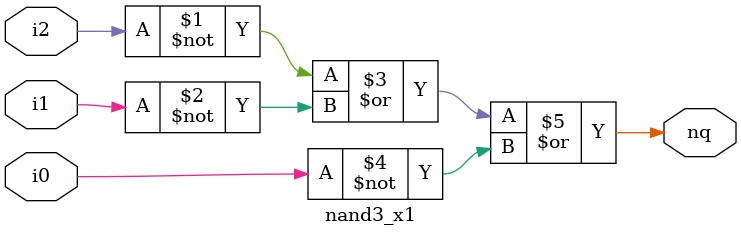
<source format=v>
/*                                                                      */
/*  Avertec Release v3.4p5 (64 bits on Linux 6.7.12+bpo-amd64)          */
/*  [AVT_only] host: fsdev                                              */
/*  [AVT_only] arch: x86_64                                             */
/*  [AVT_only] path: /opt/tasyag-3.4p5/bin/avt_shell                    */
/*  argv:                                                               */
/*                                                                      */
/*  User: verhaegs                                                      */
/*  Generation date Tue Sep 24 13:35:35 2024                            */
/*                                                                      */
/*  Verilog data flow description generated from `nand3_x1`             */
/*                                                                      */


`timescale 1 ps/1 ps

module nand3_x1 (nq, i0, i1, i2);

  output nq;
  input  i0;
  input  i1;
  input  i2;


  assign nq = (~(i2) | ~(i1) | ~(i0));

endmodule

</source>
